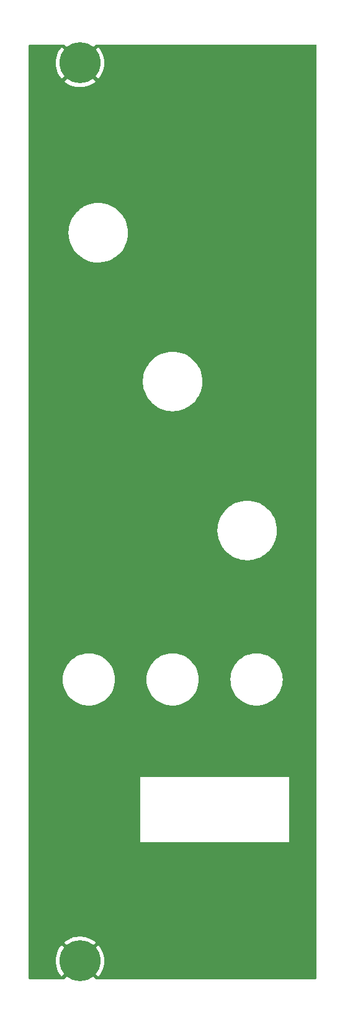
<source format=gtl>
G04 #@! TF.GenerationSoftware,KiCad,Pcbnew,6.0.0-d3dd2cf0fa~116~ubuntu20.04.1*
G04 #@! TF.CreationDate,2022-01-02T10:53:34-05:00*
G04 #@! TF.ProjectId,front_panel,66726f6e-745f-4706-916e-656c2e6b6963,0*
G04 #@! TF.SameCoordinates,Original*
G04 #@! TF.FileFunction,Copper,L1,Top*
G04 #@! TF.FilePolarity,Positive*
%FSLAX46Y46*%
G04 Gerber Fmt 4.6, Leading zero omitted, Abs format (unit mm)*
G04 Created by KiCad (PCBNEW 6.0.0-d3dd2cf0fa~116~ubuntu20.04.1) date 2022-01-02 10:53:34*
%MOMM*%
%LPD*%
G01*
G04 APERTURE LIST*
G04 #@! TA.AperFunction,ComponentPad*
%ADD10C,5.600000*%
G04 #@! TD*
G04 APERTURE END LIST*
D10*
X120700000Y-148880000D03*
X120700000Y-26380000D03*
G04 #@! TA.AperFunction,Conductor*
G36*
X118583142Y-23908002D02*
G01*
X118604116Y-23924905D01*
X120687190Y-26007980D01*
X120701131Y-26015592D01*
X120702966Y-26015461D01*
X120709580Y-26011210D01*
X122795884Y-23924905D01*
X122858196Y-23890880D01*
X122884979Y-23888000D01*
X152866000Y-23888000D01*
X152934121Y-23908002D01*
X152980614Y-23961658D01*
X152992000Y-24014000D01*
X152992000Y-151246000D01*
X152971998Y-151314121D01*
X152918342Y-151360614D01*
X152866000Y-151372000D01*
X122884979Y-151372000D01*
X122816858Y-151351998D01*
X122795884Y-151335095D01*
X120712810Y-149252020D01*
X120698869Y-149244408D01*
X120697034Y-149244539D01*
X120690420Y-149248790D01*
X118604116Y-151335095D01*
X118541804Y-151369120D01*
X118515021Y-151372000D01*
X113834000Y-151372000D01*
X113765879Y-151351998D01*
X113719386Y-151298342D01*
X113708000Y-151246000D01*
X113708000Y-148871832D01*
X117387333Y-148871832D01*
X117405117Y-149222893D01*
X117405827Y-149229649D01*
X117461420Y-149576723D01*
X117462859Y-149583378D01*
X117555608Y-149922410D01*
X117557757Y-149928871D01*
X117686581Y-150255912D01*
X117689412Y-150262095D01*
X117852803Y-150573310D01*
X117856286Y-150579152D01*
X118052330Y-150870896D01*
X118056433Y-150876340D01*
X118176425Y-151018836D01*
X118189164Y-151027279D01*
X118199608Y-151021181D01*
X120327980Y-148892810D01*
X120334357Y-148881131D01*
X121064408Y-148881131D01*
X121064539Y-148882966D01*
X121068790Y-148889580D01*
X123199009Y-151019798D01*
X123212605Y-151027223D01*
X123222218Y-151020522D01*
X123322518Y-150903912D01*
X123326676Y-150898514D01*
X123525762Y-150608840D01*
X123529310Y-150603029D01*
X123695942Y-150293559D01*
X123698849Y-150287381D01*
X123831090Y-149961713D01*
X123833304Y-149955283D01*
X123929598Y-149617237D01*
X123931105Y-149610607D01*
X123990332Y-149264118D01*
X123991112Y-149257378D01*
X124012668Y-148904925D01*
X124012784Y-148901323D01*
X124012853Y-148881819D01*
X124012761Y-148878194D01*
X123993666Y-148525615D01*
X123992931Y-148518849D01*
X123936130Y-148171985D01*
X123934663Y-148165313D01*
X123840736Y-147826627D01*
X123838562Y-147820163D01*
X123708598Y-147493578D01*
X123705742Y-147487398D01*
X123541269Y-147176763D01*
X123537769Y-147170937D01*
X123340697Y-146879862D01*
X123336590Y-146874453D01*
X123223565Y-146741179D01*
X123210740Y-146732743D01*
X123200416Y-146738795D01*
X121072020Y-148867190D01*
X121064408Y-148881131D01*
X120334357Y-148881131D01*
X120335592Y-148878869D01*
X120335461Y-148877034D01*
X120331210Y-148870420D01*
X118200992Y-146740203D01*
X118187455Y-146732811D01*
X118177753Y-146739599D01*
X118070430Y-146865257D01*
X118066296Y-146870664D01*
X117868215Y-147161041D01*
X117864697Y-147166851D01*
X117699134Y-147476922D01*
X117696259Y-147483087D01*
X117565155Y-147809218D01*
X117562962Y-147815658D01*
X117467846Y-148154044D01*
X117466363Y-148160679D01*
X117408350Y-148507354D01*
X117407591Y-148514126D01*
X117387357Y-148865037D01*
X117387333Y-148871832D01*
X113708000Y-148871832D01*
X113708000Y-146366862D01*
X118549950Y-146366862D01*
X118549986Y-146367704D01*
X118555037Y-146375826D01*
X120687190Y-148507980D01*
X120701131Y-148515592D01*
X120702966Y-148515461D01*
X120709580Y-148511210D01*
X122842798Y-146377991D01*
X122850412Y-146364047D01*
X122850344Y-146363089D01*
X122845836Y-146356272D01*
X122844418Y-146355065D01*
X122564813Y-146142064D01*
X122559187Y-146138240D01*
X122258214Y-145956681D01*
X122252202Y-145953484D01*
X121933370Y-145805487D01*
X121927070Y-145802967D01*
X121594129Y-145690273D01*
X121587551Y-145688437D01*
X121244417Y-145612367D01*
X121237678Y-145611251D01*
X120888310Y-145572680D01*
X120881529Y-145572301D01*
X120530015Y-145571687D01*
X120523242Y-145572042D01*
X120173720Y-145609395D01*
X120167010Y-145610482D01*
X119823586Y-145685361D01*
X119817011Y-145687172D01*
X119483683Y-145798702D01*
X119477361Y-145801205D01*
X119158034Y-145948079D01*
X119151991Y-145951265D01*
X118850401Y-146131763D01*
X118844755Y-146135571D01*
X118564408Y-146347596D01*
X118559211Y-146351987D01*
X118557972Y-146353155D01*
X118549950Y-146366862D01*
X113708000Y-146366862D01*
X113708000Y-132715000D01*
X128905000Y-132715000D01*
X149225000Y-132715000D01*
X149225000Y-123825000D01*
X128905000Y-123825000D01*
X128905000Y-132715000D01*
X113708000Y-132715000D01*
X113708000Y-110490000D01*
X118352117Y-110490000D01*
X118371635Y-110862423D01*
X118429975Y-111230765D01*
X118526497Y-111590991D01*
X118660144Y-111939155D01*
X118829453Y-112271441D01*
X119032567Y-112584210D01*
X119267262Y-112874034D01*
X119530966Y-113137738D01*
X119820790Y-113372433D01*
X120133558Y-113575547D01*
X120136490Y-113577041D01*
X120136497Y-113577045D01*
X120462905Y-113743358D01*
X120465845Y-113744856D01*
X120814009Y-113878503D01*
X121174235Y-113975025D01*
X121369884Y-114006013D01*
X121539329Y-114032851D01*
X121539337Y-114032852D01*
X121542577Y-114033365D01*
X121915000Y-114052883D01*
X122287423Y-114033365D01*
X122290663Y-114032852D01*
X122290671Y-114032851D01*
X122460116Y-114006013D01*
X122655765Y-113975025D01*
X123015991Y-113878503D01*
X123364155Y-113744856D01*
X123367095Y-113743358D01*
X123693503Y-113577045D01*
X123693510Y-113577041D01*
X123696442Y-113575547D01*
X124009210Y-113372433D01*
X124299034Y-113137738D01*
X124562738Y-112874034D01*
X124797433Y-112584210D01*
X125000547Y-112271441D01*
X125169856Y-111939155D01*
X125303503Y-111590991D01*
X125400025Y-111230765D01*
X125458365Y-110862423D01*
X125477883Y-110490000D01*
X129777117Y-110490000D01*
X129796635Y-110862423D01*
X129854975Y-111230765D01*
X129951497Y-111590991D01*
X130085144Y-111939155D01*
X130254453Y-112271441D01*
X130457567Y-112584210D01*
X130692262Y-112874034D01*
X130955966Y-113137738D01*
X131245790Y-113372433D01*
X131558558Y-113575547D01*
X131561490Y-113577041D01*
X131561497Y-113577045D01*
X131887905Y-113743358D01*
X131890845Y-113744856D01*
X132239009Y-113878503D01*
X132599235Y-113975025D01*
X132794884Y-114006013D01*
X132964329Y-114032851D01*
X132964337Y-114032852D01*
X132967577Y-114033365D01*
X133340000Y-114052883D01*
X133712423Y-114033365D01*
X133715663Y-114032852D01*
X133715671Y-114032851D01*
X133885116Y-114006013D01*
X134080765Y-113975025D01*
X134440991Y-113878503D01*
X134789155Y-113744856D01*
X134792095Y-113743358D01*
X135118503Y-113577045D01*
X135118510Y-113577041D01*
X135121442Y-113575547D01*
X135434210Y-113372433D01*
X135724034Y-113137738D01*
X135987738Y-112874034D01*
X136222433Y-112584210D01*
X136425547Y-112271441D01*
X136594856Y-111939155D01*
X136728503Y-111590991D01*
X136825025Y-111230765D01*
X136883365Y-110862423D01*
X136902883Y-110490000D01*
X141227117Y-110490000D01*
X141246635Y-110862423D01*
X141304975Y-111230765D01*
X141401497Y-111590991D01*
X141535144Y-111939155D01*
X141704453Y-112271441D01*
X141907567Y-112584210D01*
X142142262Y-112874034D01*
X142405966Y-113137738D01*
X142695790Y-113372433D01*
X143008558Y-113575547D01*
X143011490Y-113577041D01*
X143011497Y-113577045D01*
X143337905Y-113743358D01*
X143340845Y-113744856D01*
X143689009Y-113878503D01*
X144049235Y-113975025D01*
X144244884Y-114006013D01*
X144414329Y-114032851D01*
X144414337Y-114032852D01*
X144417577Y-114033365D01*
X144790000Y-114052883D01*
X145162423Y-114033365D01*
X145165663Y-114032852D01*
X145165671Y-114032851D01*
X145335116Y-114006013D01*
X145530765Y-113975025D01*
X145890991Y-113878503D01*
X146239155Y-113744856D01*
X146242095Y-113743358D01*
X146568503Y-113577045D01*
X146568510Y-113577041D01*
X146571442Y-113575547D01*
X146884210Y-113372433D01*
X147174034Y-113137738D01*
X147437738Y-112874034D01*
X147672433Y-112584210D01*
X147875547Y-112271441D01*
X148044856Y-111939155D01*
X148178503Y-111590991D01*
X148275025Y-111230765D01*
X148333365Y-110862423D01*
X148352883Y-110490000D01*
X148333365Y-110117577D01*
X148275025Y-109749235D01*
X148178503Y-109389009D01*
X148044856Y-109040845D01*
X147875547Y-108708559D01*
X147672433Y-108395790D01*
X147437738Y-108105966D01*
X147174034Y-107842262D01*
X146884210Y-107607567D01*
X146571442Y-107404453D01*
X146568510Y-107402959D01*
X146568503Y-107402955D01*
X146242095Y-107236642D01*
X146239155Y-107235144D01*
X145890991Y-107101497D01*
X145530765Y-107004975D01*
X145335116Y-106973987D01*
X145165671Y-106947149D01*
X145165663Y-106947148D01*
X145162423Y-106946635D01*
X144790000Y-106927117D01*
X144417577Y-106946635D01*
X144414337Y-106947148D01*
X144414329Y-106947149D01*
X144244884Y-106973987D01*
X144049235Y-107004975D01*
X143689009Y-107101497D01*
X143340845Y-107235144D01*
X143337905Y-107236642D01*
X143011500Y-107402954D01*
X143011493Y-107402958D01*
X143008559Y-107404453D01*
X143005793Y-107406249D01*
X143005790Y-107406251D01*
X142800138Y-107539803D01*
X142695790Y-107607567D01*
X142405966Y-107842262D01*
X142142262Y-108105966D01*
X141907567Y-108395790D01*
X141704453Y-108708559D01*
X141535144Y-109040845D01*
X141401497Y-109389009D01*
X141304975Y-109749235D01*
X141246635Y-110117577D01*
X141227117Y-110490000D01*
X136902883Y-110490000D01*
X136883365Y-110117577D01*
X136825025Y-109749235D01*
X136728503Y-109389009D01*
X136594856Y-109040845D01*
X136425547Y-108708559D01*
X136222433Y-108395790D01*
X135987738Y-108105966D01*
X135724034Y-107842262D01*
X135434210Y-107607567D01*
X135121442Y-107404453D01*
X135118510Y-107402959D01*
X135118503Y-107402955D01*
X134792095Y-107236642D01*
X134789155Y-107235144D01*
X134440991Y-107101497D01*
X134080765Y-107004975D01*
X133885116Y-106973987D01*
X133715671Y-106947149D01*
X133715663Y-106947148D01*
X133712423Y-106946635D01*
X133340000Y-106927117D01*
X132967577Y-106946635D01*
X132964337Y-106947148D01*
X132964329Y-106947149D01*
X132794884Y-106973987D01*
X132599235Y-107004975D01*
X132239009Y-107101497D01*
X131890845Y-107235144D01*
X131887905Y-107236642D01*
X131561500Y-107402954D01*
X131561493Y-107402958D01*
X131558559Y-107404453D01*
X131555793Y-107406249D01*
X131555790Y-107406251D01*
X131350138Y-107539803D01*
X131245790Y-107607567D01*
X130955966Y-107842262D01*
X130692262Y-108105966D01*
X130457567Y-108395790D01*
X130254453Y-108708559D01*
X130085144Y-109040845D01*
X129951497Y-109389009D01*
X129854975Y-109749235D01*
X129796635Y-110117577D01*
X129777117Y-110490000D01*
X125477883Y-110490000D01*
X125458365Y-110117577D01*
X125400025Y-109749235D01*
X125303503Y-109389009D01*
X125169856Y-109040845D01*
X125000547Y-108708559D01*
X124797433Y-108395790D01*
X124562738Y-108105966D01*
X124299034Y-107842262D01*
X124009210Y-107607567D01*
X123696442Y-107404453D01*
X123693510Y-107402959D01*
X123693503Y-107402955D01*
X123367095Y-107236642D01*
X123364155Y-107235144D01*
X123015991Y-107101497D01*
X122655765Y-107004975D01*
X122460116Y-106973987D01*
X122290671Y-106947149D01*
X122290663Y-106947148D01*
X122287423Y-106946635D01*
X121915000Y-106927117D01*
X121542577Y-106946635D01*
X121539337Y-106947148D01*
X121539329Y-106947149D01*
X121369884Y-106973987D01*
X121174235Y-107004975D01*
X120814009Y-107101497D01*
X120465845Y-107235144D01*
X120462905Y-107236642D01*
X120136500Y-107402954D01*
X120136493Y-107402958D01*
X120133559Y-107404453D01*
X120130793Y-107406249D01*
X120130790Y-107406251D01*
X119925138Y-107539803D01*
X119820790Y-107607567D01*
X119530966Y-107842262D01*
X119267262Y-108105966D01*
X119032567Y-108395790D01*
X118829453Y-108708559D01*
X118660144Y-109040845D01*
X118526497Y-109389009D01*
X118429975Y-109749235D01*
X118371635Y-110117577D01*
X118352117Y-110490000D01*
X113708000Y-110490000D01*
X113708000Y-90108273D01*
X139452502Y-90108273D01*
X139452610Y-90111360D01*
X139453000Y-90122524D01*
X139453000Y-90122527D01*
X139458445Y-90278443D01*
X139466355Y-90504974D01*
X139466761Y-90508018D01*
X139466762Y-90508028D01*
X139494519Y-90716055D01*
X139518853Y-90898430D01*
X139519553Y-90901414D01*
X139519554Y-90901420D01*
X139557952Y-91065128D01*
X139609496Y-91284885D01*
X139737417Y-91660651D01*
X139901396Y-92022140D01*
X140099867Y-92365903D01*
X140101650Y-92368394D01*
X140101651Y-92368395D01*
X140202605Y-92509406D01*
X140330937Y-92688658D01*
X140592399Y-92987323D01*
X140594647Y-92989434D01*
X140879503Y-93256932D01*
X140879510Y-93256938D01*
X140881758Y-93259049D01*
X140884208Y-93260936D01*
X140884213Y-93260940D01*
X141193808Y-93499361D01*
X141196251Y-93501242D01*
X141532878Y-93711590D01*
X141888424Y-93888085D01*
X142259497Y-94029042D01*
X142642553Y-94133116D01*
X142645596Y-94133631D01*
X142645602Y-94133632D01*
X143030896Y-94198800D01*
X143030903Y-94198801D01*
X143033937Y-94199314D01*
X143037008Y-94199529D01*
X143037010Y-94199529D01*
X143426847Y-94226789D01*
X143426855Y-94226789D01*
X143429913Y-94227003D01*
X143684685Y-94219887D01*
X143823627Y-94216006D01*
X143823630Y-94216006D01*
X143826701Y-94215920D01*
X143829754Y-94215534D01*
X143829758Y-94215534D01*
X144018266Y-94191720D01*
X144220514Y-94166170D01*
X144223517Y-94165488D01*
X144223521Y-94165487D01*
X144604597Y-94078908D01*
X144604603Y-94078906D01*
X144607593Y-94078227D01*
X144610512Y-94077256D01*
X144981318Y-93953906D01*
X144981324Y-93953904D01*
X144984242Y-93952933D01*
X145127434Y-93889180D01*
X145344068Y-93792729D01*
X145344074Y-93792726D01*
X145346868Y-93791482D01*
X145692007Y-93595415D01*
X146016367Y-93366604D01*
X146143424Y-93256932D01*
X146314524Y-93109243D01*
X146314528Y-93109239D01*
X146316851Y-93107234D01*
X146363628Y-93058114D01*
X146588475Y-92822001D01*
X146590591Y-92819779D01*
X146834973Y-92506983D01*
X147047666Y-92171833D01*
X147121930Y-92024816D01*
X147225252Y-91820271D01*
X147226638Y-91817528D01*
X147370183Y-91447449D01*
X147476928Y-91065128D01*
X147545857Y-90674216D01*
X147576310Y-90278443D01*
X147577894Y-90165000D01*
X147558503Y-89768531D01*
X147500517Y-89375846D01*
X147404488Y-88990694D01*
X147386254Y-88939486D01*
X147272367Y-88619654D01*
X147272365Y-88619649D01*
X147271333Y-88616751D01*
X147102322Y-88257587D01*
X147074227Y-88210456D01*
X146900651Y-87919280D01*
X146899071Y-87916629D01*
X146663517Y-87597132D01*
X146397911Y-87302146D01*
X146104786Y-87034486D01*
X145786941Y-86796708D01*
X145732533Y-86763757D01*
X145450039Y-86592672D01*
X145450030Y-86592667D01*
X145447411Y-86591081D01*
X145089435Y-86419568D01*
X145030040Y-86397950D01*
X144719318Y-86284856D01*
X144719315Y-86284855D01*
X144716430Y-86283805D01*
X144713468Y-86283045D01*
X144713460Y-86283042D01*
X144334927Y-86185852D01*
X144334921Y-86185851D01*
X144331958Y-86185090D01*
X143939688Y-86124363D01*
X143936631Y-86124192D01*
X143936630Y-86124192D01*
X143905799Y-86122468D01*
X143543364Y-86102205D01*
X143540286Y-86102334D01*
X143540282Y-86102334D01*
X143282213Y-86113150D01*
X143146769Y-86118827D01*
X143143725Y-86119255D01*
X143143723Y-86119255D01*
X143104041Y-86124832D01*
X142753690Y-86174071D01*
X142367877Y-86267409D01*
X141993013Y-86397950D01*
X141943343Y-86420901D01*
X141635474Y-86563156D01*
X141635464Y-86563161D01*
X141632677Y-86564449D01*
X141290309Y-86765315D01*
X141244558Y-86798555D01*
X140971656Y-86996829D01*
X140971650Y-86996834D01*
X140969175Y-86998632D01*
X140966889Y-87000661D01*
X140966886Y-87000664D01*
X140928792Y-87034486D01*
X140672342Y-87262173D01*
X140670263Y-87264418D01*
X140670256Y-87264425D01*
X140533123Y-87412516D01*
X140402643Y-87553422D01*
X140162651Y-87869599D01*
X139954659Y-88207686D01*
X139780651Y-88564456D01*
X139779579Y-88567340D01*
X139779578Y-88567341D01*
X139761203Y-88616751D01*
X139642287Y-88936503D01*
X139540890Y-89320277D01*
X139477426Y-89712114D01*
X139477232Y-89715194D01*
X139477232Y-89715196D01*
X139473877Y-89768531D01*
X139452502Y-90108273D01*
X113708000Y-90108273D01*
X113708000Y-69783273D01*
X129277502Y-69783273D01*
X129277610Y-69786360D01*
X129278000Y-69797524D01*
X129278000Y-69797527D01*
X129283445Y-69953443D01*
X129291355Y-70179974D01*
X129291761Y-70183018D01*
X129291762Y-70183028D01*
X129319519Y-70391055D01*
X129343853Y-70573430D01*
X129344553Y-70576414D01*
X129344554Y-70576420D01*
X129382952Y-70740128D01*
X129434496Y-70959885D01*
X129562417Y-71335651D01*
X129726396Y-71697140D01*
X129924867Y-72040903D01*
X129926650Y-72043394D01*
X129926651Y-72043395D01*
X130027605Y-72184406D01*
X130155937Y-72363658D01*
X130417399Y-72662323D01*
X130419647Y-72664434D01*
X130704503Y-72931932D01*
X130704510Y-72931938D01*
X130706758Y-72934049D01*
X130709208Y-72935936D01*
X130709213Y-72935940D01*
X131018808Y-73174361D01*
X131021251Y-73176242D01*
X131357878Y-73386590D01*
X131713424Y-73563085D01*
X132084497Y-73704042D01*
X132467553Y-73808116D01*
X132470596Y-73808631D01*
X132470602Y-73808632D01*
X132855896Y-73873800D01*
X132855903Y-73873801D01*
X132858937Y-73874314D01*
X132862008Y-73874529D01*
X132862010Y-73874529D01*
X133251847Y-73901789D01*
X133251855Y-73901789D01*
X133254913Y-73902003D01*
X133509685Y-73894887D01*
X133648627Y-73891006D01*
X133648630Y-73891006D01*
X133651701Y-73890920D01*
X133654754Y-73890534D01*
X133654758Y-73890534D01*
X133843266Y-73866720D01*
X134045514Y-73841170D01*
X134048517Y-73840488D01*
X134048521Y-73840487D01*
X134429597Y-73753908D01*
X134429603Y-73753906D01*
X134432593Y-73753227D01*
X134435512Y-73752256D01*
X134806318Y-73628906D01*
X134806324Y-73628904D01*
X134809242Y-73627933D01*
X134952434Y-73564180D01*
X135169068Y-73467729D01*
X135169074Y-73467726D01*
X135171868Y-73466482D01*
X135517007Y-73270415D01*
X135841367Y-73041604D01*
X135968424Y-72931932D01*
X136139524Y-72784243D01*
X136139528Y-72784239D01*
X136141851Y-72782234D01*
X136188628Y-72733114D01*
X136413475Y-72497001D01*
X136415591Y-72494779D01*
X136659973Y-72181983D01*
X136872666Y-71846833D01*
X136946930Y-71699816D01*
X137050252Y-71495271D01*
X137051638Y-71492528D01*
X137195183Y-71122449D01*
X137301928Y-70740128D01*
X137370857Y-70349216D01*
X137401310Y-69953443D01*
X137402894Y-69840000D01*
X137383503Y-69443531D01*
X137325517Y-69050846D01*
X137229488Y-68665694D01*
X137211254Y-68614486D01*
X137097367Y-68294654D01*
X137097365Y-68294649D01*
X137096333Y-68291751D01*
X136927322Y-67932587D01*
X136899227Y-67885456D01*
X136725651Y-67594280D01*
X136724071Y-67591629D01*
X136488517Y-67272132D01*
X136222911Y-66977146D01*
X135929786Y-66709486D01*
X135611941Y-66471708D01*
X135557533Y-66438757D01*
X135275039Y-66267672D01*
X135275030Y-66267667D01*
X135272411Y-66266081D01*
X134914435Y-66094568D01*
X134855040Y-66072950D01*
X134544318Y-65959856D01*
X134544315Y-65959855D01*
X134541430Y-65958805D01*
X134538468Y-65958045D01*
X134538460Y-65958042D01*
X134159927Y-65860852D01*
X134159921Y-65860851D01*
X134156958Y-65860090D01*
X133764688Y-65799363D01*
X133761631Y-65799192D01*
X133761630Y-65799192D01*
X133730799Y-65797468D01*
X133368364Y-65777205D01*
X133365286Y-65777334D01*
X133365282Y-65777334D01*
X133107213Y-65788150D01*
X132971769Y-65793827D01*
X132968725Y-65794255D01*
X132968723Y-65794255D01*
X132929041Y-65799832D01*
X132578690Y-65849071D01*
X132192877Y-65942409D01*
X131818013Y-66072950D01*
X131768343Y-66095901D01*
X131460474Y-66238156D01*
X131460464Y-66238161D01*
X131457677Y-66239449D01*
X131115309Y-66440315D01*
X131069558Y-66473555D01*
X130796656Y-66671829D01*
X130796650Y-66671834D01*
X130794175Y-66673632D01*
X130791889Y-66675661D01*
X130791886Y-66675664D01*
X130753792Y-66709486D01*
X130497342Y-66937173D01*
X130495263Y-66939418D01*
X130495256Y-66939425D01*
X130358123Y-67087516D01*
X130227643Y-67228422D01*
X129987651Y-67544599D01*
X129779659Y-67882686D01*
X129605651Y-68239456D01*
X129604579Y-68242340D01*
X129604578Y-68242341D01*
X129586203Y-68291751D01*
X129467287Y-68611503D01*
X129365890Y-68995277D01*
X129302426Y-69387114D01*
X129302232Y-69390194D01*
X129302232Y-69390196D01*
X129298877Y-69443531D01*
X129277502Y-69783273D01*
X113708000Y-69783273D01*
X113708000Y-49483273D01*
X119127502Y-49483273D01*
X119127610Y-49486360D01*
X119128000Y-49497524D01*
X119128000Y-49497527D01*
X119133445Y-49653443D01*
X119141355Y-49879974D01*
X119141761Y-49883018D01*
X119141762Y-49883028D01*
X119169519Y-50091055D01*
X119193853Y-50273430D01*
X119194553Y-50276414D01*
X119194554Y-50276420D01*
X119232952Y-50440128D01*
X119284496Y-50659885D01*
X119412417Y-51035651D01*
X119576396Y-51397140D01*
X119774867Y-51740903D01*
X119776650Y-51743394D01*
X119776651Y-51743395D01*
X119877605Y-51884406D01*
X120005937Y-52063658D01*
X120267399Y-52362323D01*
X120269647Y-52364434D01*
X120554503Y-52631932D01*
X120554510Y-52631938D01*
X120556758Y-52634049D01*
X120559208Y-52635936D01*
X120559213Y-52635940D01*
X120868808Y-52874361D01*
X120871251Y-52876242D01*
X121207878Y-53086590D01*
X121563424Y-53263085D01*
X121934497Y-53404042D01*
X122317553Y-53508116D01*
X122320596Y-53508631D01*
X122320602Y-53508632D01*
X122705896Y-53573800D01*
X122705903Y-53573801D01*
X122708937Y-53574314D01*
X122712008Y-53574529D01*
X122712010Y-53574529D01*
X123101847Y-53601789D01*
X123101855Y-53601789D01*
X123104913Y-53602003D01*
X123359685Y-53594887D01*
X123498627Y-53591006D01*
X123498630Y-53591006D01*
X123501701Y-53590920D01*
X123504754Y-53590534D01*
X123504758Y-53590534D01*
X123693266Y-53566720D01*
X123895514Y-53541170D01*
X123898517Y-53540488D01*
X123898521Y-53540487D01*
X124279597Y-53453908D01*
X124279603Y-53453906D01*
X124282593Y-53453227D01*
X124285512Y-53452256D01*
X124656318Y-53328906D01*
X124656324Y-53328904D01*
X124659242Y-53327933D01*
X124802434Y-53264180D01*
X125019068Y-53167729D01*
X125019074Y-53167726D01*
X125021868Y-53166482D01*
X125367007Y-52970415D01*
X125691367Y-52741604D01*
X125818424Y-52631932D01*
X125989524Y-52484243D01*
X125989528Y-52484239D01*
X125991851Y-52482234D01*
X126038628Y-52433114D01*
X126263475Y-52197001D01*
X126265591Y-52194779D01*
X126509973Y-51881983D01*
X126722666Y-51546833D01*
X126796930Y-51399816D01*
X126900252Y-51195271D01*
X126901638Y-51192528D01*
X127045183Y-50822449D01*
X127151928Y-50440128D01*
X127220857Y-50049216D01*
X127251310Y-49653443D01*
X127252894Y-49540000D01*
X127233503Y-49143531D01*
X127175517Y-48750846D01*
X127079488Y-48365694D01*
X127061254Y-48314486D01*
X126947367Y-47994654D01*
X126947365Y-47994649D01*
X126946333Y-47991751D01*
X126777322Y-47632587D01*
X126749227Y-47585456D01*
X126575651Y-47294280D01*
X126574071Y-47291629D01*
X126338517Y-46972132D01*
X126072911Y-46677146D01*
X125779786Y-46409486D01*
X125461941Y-46171708D01*
X125407533Y-46138757D01*
X125125039Y-45967672D01*
X125125030Y-45967667D01*
X125122411Y-45966081D01*
X124764435Y-45794568D01*
X124705040Y-45772950D01*
X124394318Y-45659856D01*
X124394315Y-45659855D01*
X124391430Y-45658805D01*
X124388468Y-45658045D01*
X124388460Y-45658042D01*
X124009927Y-45560852D01*
X124009921Y-45560851D01*
X124006958Y-45560090D01*
X123614688Y-45499363D01*
X123611631Y-45499192D01*
X123611630Y-45499192D01*
X123580799Y-45497468D01*
X123218364Y-45477205D01*
X123215286Y-45477334D01*
X123215282Y-45477334D01*
X122957213Y-45488150D01*
X122821769Y-45493827D01*
X122818725Y-45494255D01*
X122818723Y-45494255D01*
X122779041Y-45499832D01*
X122428690Y-45549071D01*
X122042877Y-45642409D01*
X121668013Y-45772950D01*
X121618343Y-45795901D01*
X121310474Y-45938156D01*
X121310464Y-45938161D01*
X121307677Y-45939449D01*
X120965309Y-46140315D01*
X120919558Y-46173555D01*
X120646656Y-46371829D01*
X120646650Y-46371834D01*
X120644175Y-46373632D01*
X120641889Y-46375661D01*
X120641886Y-46375664D01*
X120603792Y-46409486D01*
X120347342Y-46637173D01*
X120345263Y-46639418D01*
X120345256Y-46639425D01*
X120208123Y-46787516D01*
X120077643Y-46928422D01*
X119837651Y-47244599D01*
X119629659Y-47582686D01*
X119455651Y-47939456D01*
X119454579Y-47942340D01*
X119454578Y-47942341D01*
X119436203Y-47991751D01*
X119317287Y-48311503D01*
X119215890Y-48695277D01*
X119152426Y-49087114D01*
X119152232Y-49090194D01*
X119152232Y-49090196D01*
X119148877Y-49143531D01*
X119127502Y-49483273D01*
X113708000Y-49483273D01*
X113708000Y-28896381D01*
X118549160Y-28896381D01*
X118549237Y-28897470D01*
X118551698Y-28901206D01*
X118825632Y-29111404D01*
X118831262Y-29115259D01*
X119131591Y-29297862D01*
X119137593Y-29301080D01*
X119455897Y-29450184D01*
X119462202Y-29452732D01*
X119794743Y-29566587D01*
X119801313Y-29568446D01*
X120144183Y-29645714D01*
X120150912Y-29646853D01*
X120500143Y-29686643D01*
X120506933Y-29687046D01*
X120858419Y-29688886D01*
X120865220Y-29688554D01*
X121214853Y-29652423D01*
X121221581Y-29651357D01*
X121565274Y-29577676D01*
X121571822Y-29575897D01*
X121905549Y-29465527D01*
X121911891Y-29463041D01*
X122231718Y-29317288D01*
X122237777Y-29314121D01*
X122539995Y-29134676D01*
X122545659Y-29130884D01*
X122826732Y-28919849D01*
X122831958Y-28915464D01*
X122841613Y-28906428D01*
X122849682Y-28892750D01*
X122849654Y-28892024D01*
X122844512Y-28883723D01*
X120712810Y-26752020D01*
X120698869Y-26744408D01*
X120697034Y-26744539D01*
X120690420Y-26748790D01*
X118556774Y-28882437D01*
X118549160Y-28896381D01*
X113708000Y-28896381D01*
X113708000Y-26371832D01*
X117387333Y-26371832D01*
X117405117Y-26722893D01*
X117405827Y-26729649D01*
X117461420Y-27076723D01*
X117462859Y-27083378D01*
X117555608Y-27422410D01*
X117557757Y-27428871D01*
X117686581Y-27755912D01*
X117689412Y-27762095D01*
X117852803Y-28073310D01*
X117856286Y-28079152D01*
X118052330Y-28370896D01*
X118056433Y-28376340D01*
X118176425Y-28518836D01*
X118189164Y-28527279D01*
X118199608Y-28521181D01*
X120327980Y-26392810D01*
X120334357Y-26381131D01*
X121064408Y-26381131D01*
X121064539Y-26382966D01*
X121068790Y-26389580D01*
X123199009Y-28519798D01*
X123212605Y-28527223D01*
X123222218Y-28520522D01*
X123322518Y-28403912D01*
X123326676Y-28398514D01*
X123525762Y-28108840D01*
X123529310Y-28103029D01*
X123695942Y-27793559D01*
X123698849Y-27787381D01*
X123831090Y-27461713D01*
X123833304Y-27455283D01*
X123929598Y-27117237D01*
X123931105Y-27110607D01*
X123990332Y-26764118D01*
X123991112Y-26757378D01*
X124012668Y-26404925D01*
X124012784Y-26401323D01*
X124012853Y-26381819D01*
X124012761Y-26378194D01*
X123993666Y-26025615D01*
X123992931Y-26018849D01*
X123936130Y-25671985D01*
X123934663Y-25665313D01*
X123840736Y-25326627D01*
X123838562Y-25320163D01*
X123708598Y-24993578D01*
X123705742Y-24987398D01*
X123541269Y-24676763D01*
X123537769Y-24670937D01*
X123340697Y-24379862D01*
X123336590Y-24374453D01*
X123223565Y-24241179D01*
X123210740Y-24232743D01*
X123200416Y-24238795D01*
X121072020Y-26367190D01*
X121064408Y-26381131D01*
X120334357Y-26381131D01*
X120335592Y-26378869D01*
X120335461Y-26377034D01*
X120331210Y-26370420D01*
X118200992Y-24240203D01*
X118187455Y-24232811D01*
X118177753Y-24239599D01*
X118070430Y-24365257D01*
X118066296Y-24370664D01*
X117868215Y-24661041D01*
X117864697Y-24666851D01*
X117699134Y-24976922D01*
X117696259Y-24983087D01*
X117565155Y-25309218D01*
X117562962Y-25315658D01*
X117467846Y-25654044D01*
X117466363Y-25660679D01*
X117408350Y-26007354D01*
X117407591Y-26014126D01*
X117387357Y-26365037D01*
X117387333Y-26371832D01*
X113708000Y-26371832D01*
X113708000Y-24014000D01*
X113728002Y-23945879D01*
X113781658Y-23899386D01*
X113834000Y-23888000D01*
X118515021Y-23888000D01*
X118583142Y-23908002D01*
G37*
G04 #@! TD.AperFunction*
G04 #@! TA.AperFunction,Conductor*
G36*
X118583142Y-23908002D02*
G01*
X118604116Y-23924905D01*
X120687190Y-26007980D01*
X120701131Y-26015592D01*
X120702966Y-26015461D01*
X120709580Y-26011210D01*
X122795884Y-23924905D01*
X122858196Y-23890880D01*
X122884979Y-23888000D01*
X152866000Y-23888000D01*
X152934121Y-23908002D01*
X152980614Y-23961658D01*
X152992000Y-24014000D01*
X152992000Y-151246000D01*
X152971998Y-151314121D01*
X152918342Y-151360614D01*
X152866000Y-151372000D01*
X122884979Y-151372000D01*
X122816858Y-151351998D01*
X122795884Y-151335095D01*
X120712810Y-149252020D01*
X120698869Y-149244408D01*
X120697034Y-149244539D01*
X120690420Y-149248790D01*
X118604116Y-151335095D01*
X118541804Y-151369120D01*
X118515021Y-151372000D01*
X113834000Y-151372000D01*
X113765879Y-151351998D01*
X113719386Y-151298342D01*
X113708000Y-151246000D01*
X113708000Y-148871832D01*
X117387333Y-148871832D01*
X117405117Y-149222893D01*
X117405827Y-149229649D01*
X117461420Y-149576723D01*
X117462859Y-149583378D01*
X117555608Y-149922410D01*
X117557757Y-149928871D01*
X117686581Y-150255912D01*
X117689412Y-150262095D01*
X117852803Y-150573310D01*
X117856286Y-150579152D01*
X118052330Y-150870896D01*
X118056433Y-150876340D01*
X118176425Y-151018836D01*
X118189164Y-151027279D01*
X118199608Y-151021181D01*
X120327980Y-148892810D01*
X120334357Y-148881131D01*
X121064408Y-148881131D01*
X121064539Y-148882966D01*
X121068790Y-148889580D01*
X123199009Y-151019798D01*
X123212605Y-151027223D01*
X123222218Y-151020522D01*
X123322518Y-150903912D01*
X123326676Y-150898514D01*
X123525762Y-150608840D01*
X123529310Y-150603029D01*
X123695942Y-150293559D01*
X123698849Y-150287381D01*
X123831090Y-149961713D01*
X123833304Y-149955283D01*
X123929598Y-149617237D01*
X123931105Y-149610607D01*
X123990332Y-149264118D01*
X123991112Y-149257378D01*
X124012668Y-148904925D01*
X124012784Y-148901323D01*
X124012853Y-148881819D01*
X124012761Y-148878194D01*
X123993666Y-148525615D01*
X123992931Y-148518849D01*
X123936130Y-148171985D01*
X123934663Y-148165313D01*
X123840736Y-147826627D01*
X123838562Y-147820163D01*
X123708598Y-147493578D01*
X123705742Y-147487398D01*
X123541269Y-147176763D01*
X123537769Y-147170937D01*
X123340697Y-146879862D01*
X123336590Y-146874453D01*
X123223565Y-146741179D01*
X123210740Y-146732743D01*
X123200416Y-146738795D01*
X121072020Y-148867190D01*
X121064408Y-148881131D01*
X120334357Y-148881131D01*
X120335592Y-148878869D01*
X120335461Y-148877034D01*
X120331210Y-148870420D01*
X118200992Y-146740203D01*
X118187455Y-146732811D01*
X118177753Y-146739599D01*
X118070430Y-146865257D01*
X118066296Y-146870664D01*
X117868215Y-147161041D01*
X117864697Y-147166851D01*
X117699134Y-147476922D01*
X117696259Y-147483087D01*
X117565155Y-147809218D01*
X117562962Y-147815658D01*
X117467846Y-148154044D01*
X117466363Y-148160679D01*
X117408350Y-148507354D01*
X117407591Y-148514126D01*
X117387357Y-148865037D01*
X117387333Y-148871832D01*
X113708000Y-148871832D01*
X113708000Y-146366862D01*
X118549950Y-146366862D01*
X118549986Y-146367704D01*
X118555037Y-146375826D01*
X120687190Y-148507980D01*
X120701131Y-148515592D01*
X120702966Y-148515461D01*
X120709580Y-148511210D01*
X122842798Y-146377991D01*
X122850412Y-146364047D01*
X122850344Y-146363089D01*
X122845836Y-146356272D01*
X122844418Y-146355065D01*
X122564813Y-146142064D01*
X122559187Y-146138240D01*
X122258214Y-145956681D01*
X122252202Y-145953484D01*
X121933370Y-145805487D01*
X121927070Y-145802967D01*
X121594129Y-145690273D01*
X121587551Y-145688437D01*
X121244417Y-145612367D01*
X121237678Y-145611251D01*
X120888310Y-145572680D01*
X120881529Y-145572301D01*
X120530015Y-145571687D01*
X120523242Y-145572042D01*
X120173720Y-145609395D01*
X120167010Y-145610482D01*
X119823586Y-145685361D01*
X119817011Y-145687172D01*
X119483683Y-145798702D01*
X119477361Y-145801205D01*
X119158034Y-145948079D01*
X119151991Y-145951265D01*
X118850401Y-146131763D01*
X118844755Y-146135571D01*
X118564408Y-146347596D01*
X118559211Y-146351987D01*
X118557972Y-146353155D01*
X118549950Y-146366862D01*
X113708000Y-146366862D01*
X113708000Y-132715000D01*
X128905000Y-132715000D01*
X149225000Y-132715000D01*
X149225000Y-123825000D01*
X128905000Y-123825000D01*
X128905000Y-132715000D01*
X113708000Y-132715000D01*
X113708000Y-110490000D01*
X118352117Y-110490000D01*
X118371635Y-110862423D01*
X118429975Y-111230765D01*
X118526497Y-111590991D01*
X118660144Y-111939155D01*
X118829453Y-112271441D01*
X119032567Y-112584210D01*
X119267262Y-112874034D01*
X119530966Y-113137738D01*
X119820790Y-113372433D01*
X120133558Y-113575547D01*
X120136490Y-113577041D01*
X120136497Y-113577045D01*
X120462905Y-113743358D01*
X120465845Y-113744856D01*
X120814009Y-113878503D01*
X121174235Y-113975025D01*
X121369884Y-114006013D01*
X121539329Y-114032851D01*
X121539337Y-114032852D01*
X121542577Y-114033365D01*
X121915000Y-114052883D01*
X122287423Y-114033365D01*
X122290663Y-114032852D01*
X122290671Y-114032851D01*
X122460116Y-114006013D01*
X122655765Y-113975025D01*
X123015991Y-113878503D01*
X123364155Y-113744856D01*
X123367095Y-113743358D01*
X123693503Y-113577045D01*
X123693510Y-113577041D01*
X123696442Y-113575547D01*
X124009210Y-113372433D01*
X124299034Y-113137738D01*
X124562738Y-112874034D01*
X124797433Y-112584210D01*
X125000547Y-112271441D01*
X125169856Y-111939155D01*
X125303503Y-111590991D01*
X125400025Y-111230765D01*
X125458365Y-110862423D01*
X125477883Y-110490000D01*
X129777117Y-110490000D01*
X129796635Y-110862423D01*
X129854975Y-111230765D01*
X129951497Y-111590991D01*
X130085144Y-111939155D01*
X130254453Y-112271441D01*
X130457567Y-112584210D01*
X130692262Y-112874034D01*
X130955966Y-113137738D01*
X131245790Y-113372433D01*
X131558558Y-113575547D01*
X131561490Y-113577041D01*
X131561497Y-113577045D01*
X131887905Y-113743358D01*
X131890845Y-113744856D01*
X132239009Y-113878503D01*
X132599235Y-113975025D01*
X132794884Y-114006013D01*
X132964329Y-114032851D01*
X132964337Y-114032852D01*
X132967577Y-114033365D01*
X133340000Y-114052883D01*
X133712423Y-114033365D01*
X133715663Y-114032852D01*
X133715671Y-114032851D01*
X133885116Y-114006013D01*
X134080765Y-113975025D01*
X134440991Y-113878503D01*
X134789155Y-113744856D01*
X134792095Y-113743358D01*
X135118503Y-113577045D01*
X135118510Y-113577041D01*
X135121442Y-113575547D01*
X135434210Y-113372433D01*
X135724034Y-113137738D01*
X135987738Y-112874034D01*
X136222433Y-112584210D01*
X136425547Y-112271441D01*
X136594856Y-111939155D01*
X136728503Y-111590991D01*
X136825025Y-111230765D01*
X136883365Y-110862423D01*
X136902883Y-110490000D01*
X141227117Y-110490000D01*
X141246635Y-110862423D01*
X141304975Y-111230765D01*
X141401497Y-111590991D01*
X141535144Y-111939155D01*
X141704453Y-112271441D01*
X141907567Y-112584210D01*
X142142262Y-112874034D01*
X142405966Y-113137738D01*
X142695790Y-113372433D01*
X143008558Y-113575547D01*
X143011490Y-113577041D01*
X143011497Y-113577045D01*
X143337905Y-113743358D01*
X143340845Y-113744856D01*
X143689009Y-113878503D01*
X144049235Y-113975025D01*
X144244884Y-114006013D01*
X144414329Y-114032851D01*
X144414337Y-114032852D01*
X144417577Y-114033365D01*
X144790000Y-114052883D01*
X145162423Y-114033365D01*
X145165663Y-114032852D01*
X145165671Y-114032851D01*
X145335116Y-114006013D01*
X145530765Y-113975025D01*
X145890991Y-113878503D01*
X146239155Y-113744856D01*
X146242095Y-113743358D01*
X146568503Y-113577045D01*
X146568510Y-113577041D01*
X146571442Y-113575547D01*
X146884210Y-113372433D01*
X147174034Y-113137738D01*
X147437738Y-112874034D01*
X147672433Y-112584210D01*
X147875547Y-112271441D01*
X148044856Y-111939155D01*
X148178503Y-111590991D01*
X148275025Y-111230765D01*
X148333365Y-110862423D01*
X148352883Y-110490000D01*
X148333365Y-110117577D01*
X148275025Y-109749235D01*
X148178503Y-109389009D01*
X148044856Y-109040845D01*
X147875547Y-108708559D01*
X147672433Y-108395790D01*
X147437738Y-108105966D01*
X147174034Y-107842262D01*
X146884210Y-107607567D01*
X146571442Y-107404453D01*
X146568510Y-107402959D01*
X146568503Y-107402955D01*
X146242095Y-107236642D01*
X146239155Y-107235144D01*
X145890991Y-107101497D01*
X145530765Y-107004975D01*
X145335116Y-106973987D01*
X145165671Y-106947149D01*
X145165663Y-106947148D01*
X145162423Y-106946635D01*
X144790000Y-106927117D01*
X144417577Y-106946635D01*
X144414337Y-106947148D01*
X144414329Y-106947149D01*
X144244884Y-106973987D01*
X144049235Y-107004975D01*
X143689009Y-107101497D01*
X143340845Y-107235144D01*
X143337905Y-107236642D01*
X143011500Y-107402954D01*
X143011493Y-107402958D01*
X143008559Y-107404453D01*
X143005793Y-107406249D01*
X143005790Y-107406251D01*
X142800138Y-107539803D01*
X142695790Y-107607567D01*
X142405966Y-107842262D01*
X142142262Y-108105966D01*
X141907567Y-108395790D01*
X141704453Y-108708559D01*
X141535144Y-109040845D01*
X141401497Y-109389009D01*
X141304975Y-109749235D01*
X141246635Y-110117577D01*
X141227117Y-110490000D01*
X136902883Y-110490000D01*
X136883365Y-110117577D01*
X136825025Y-109749235D01*
X136728503Y-109389009D01*
X136594856Y-109040845D01*
X136425547Y-108708559D01*
X136222433Y-108395790D01*
X135987738Y-108105966D01*
X135724034Y-107842262D01*
X135434210Y-107607567D01*
X135121442Y-107404453D01*
X135118510Y-107402959D01*
X135118503Y-107402955D01*
X134792095Y-107236642D01*
X134789155Y-107235144D01*
X134440991Y-107101497D01*
X134080765Y-107004975D01*
X133885116Y-106973987D01*
X133715671Y-106947149D01*
X133715663Y-106947148D01*
X133712423Y-106946635D01*
X133340000Y-106927117D01*
X132967577Y-106946635D01*
X132964337Y-106947148D01*
X132964329Y-106947149D01*
X132794884Y-106973987D01*
X132599235Y-107004975D01*
X132239009Y-107101497D01*
X131890845Y-107235144D01*
X131887905Y-107236642D01*
X131561500Y-107402954D01*
X131561493Y-107402958D01*
X131558559Y-107404453D01*
X131555793Y-107406249D01*
X131555790Y-107406251D01*
X131350138Y-107539803D01*
X131245790Y-107607567D01*
X130955966Y-107842262D01*
X130692262Y-108105966D01*
X130457567Y-108395790D01*
X130254453Y-108708559D01*
X130085144Y-109040845D01*
X129951497Y-109389009D01*
X129854975Y-109749235D01*
X129796635Y-110117577D01*
X129777117Y-110490000D01*
X125477883Y-110490000D01*
X125458365Y-110117577D01*
X125400025Y-109749235D01*
X125303503Y-109389009D01*
X125169856Y-109040845D01*
X125000547Y-108708559D01*
X124797433Y-108395790D01*
X124562738Y-108105966D01*
X124299034Y-107842262D01*
X124009210Y-107607567D01*
X123696442Y-107404453D01*
X123693510Y-107402959D01*
X123693503Y-107402955D01*
X123367095Y-107236642D01*
X123364155Y-107235144D01*
X123015991Y-107101497D01*
X122655765Y-107004975D01*
X122460116Y-106973987D01*
X122290671Y-106947149D01*
X122290663Y-106947148D01*
X122287423Y-106946635D01*
X121915000Y-106927117D01*
X121542577Y-106946635D01*
X121539337Y-106947148D01*
X121539329Y-106947149D01*
X121369884Y-106973987D01*
X121174235Y-107004975D01*
X120814009Y-107101497D01*
X120465845Y-107235144D01*
X120462905Y-107236642D01*
X120136500Y-107402954D01*
X120136493Y-107402958D01*
X120133559Y-107404453D01*
X120130793Y-107406249D01*
X120130790Y-107406251D01*
X119925138Y-107539803D01*
X119820790Y-107607567D01*
X119530966Y-107842262D01*
X119267262Y-108105966D01*
X119032567Y-108395790D01*
X118829453Y-108708559D01*
X118660144Y-109040845D01*
X118526497Y-109389009D01*
X118429975Y-109749235D01*
X118371635Y-110117577D01*
X118352117Y-110490000D01*
X113708000Y-110490000D01*
X113708000Y-90108273D01*
X139452502Y-90108273D01*
X139452610Y-90111360D01*
X139453000Y-90122524D01*
X139453000Y-90122527D01*
X139458445Y-90278443D01*
X139466355Y-90504974D01*
X139466761Y-90508018D01*
X139466762Y-90508028D01*
X139494519Y-90716055D01*
X139518853Y-90898430D01*
X139519553Y-90901414D01*
X139519554Y-90901420D01*
X139557952Y-91065128D01*
X139609496Y-91284885D01*
X139737417Y-91660651D01*
X139901396Y-92022140D01*
X140099867Y-92365903D01*
X140101650Y-92368394D01*
X140101651Y-92368395D01*
X140202605Y-92509406D01*
X140330937Y-92688658D01*
X140592399Y-92987323D01*
X140594647Y-92989434D01*
X140879503Y-93256932D01*
X140879510Y-93256938D01*
X140881758Y-93259049D01*
X140884208Y-93260936D01*
X140884213Y-93260940D01*
X141193808Y-93499361D01*
X141196251Y-93501242D01*
X141532878Y-93711590D01*
X141888424Y-93888085D01*
X142259497Y-94029042D01*
X142642553Y-94133116D01*
X142645596Y-94133631D01*
X142645602Y-94133632D01*
X143030896Y-94198800D01*
X143030903Y-94198801D01*
X143033937Y-94199314D01*
X143037008Y-94199529D01*
X143037010Y-94199529D01*
X143426847Y-94226789D01*
X143426855Y-94226789D01*
X143429913Y-94227003D01*
X143684685Y-94219887D01*
X143823627Y-94216006D01*
X143823630Y-94216006D01*
X143826701Y-94215920D01*
X143829754Y-94215534D01*
X143829758Y-94215534D01*
X144018266Y-94191720D01*
X144220514Y-94166170D01*
X144223517Y-94165488D01*
X144223521Y-94165487D01*
X144604597Y-94078908D01*
X144604603Y-94078906D01*
X144607593Y-94078227D01*
X144610512Y-94077256D01*
X144981318Y-93953906D01*
X144981324Y-93953904D01*
X144984242Y-93952933D01*
X145127434Y-93889180D01*
X145344068Y-93792729D01*
X145344074Y-93792726D01*
X145346868Y-93791482D01*
X145692007Y-93595415D01*
X146016367Y-93366604D01*
X146143424Y-93256932D01*
X146314524Y-93109243D01*
X146314528Y-93109239D01*
X146316851Y-93107234D01*
X146363628Y-93058114D01*
X146588475Y-92822001D01*
X146590591Y-92819779D01*
X146834973Y-92506983D01*
X147047666Y-92171833D01*
X147121930Y-92024816D01*
X147225252Y-91820271D01*
X147226638Y-91817528D01*
X147370183Y-91447449D01*
X147476928Y-91065128D01*
X147545857Y-90674216D01*
X147576310Y-90278443D01*
X147577894Y-90165000D01*
X147558503Y-89768531D01*
X147500517Y-89375846D01*
X147404488Y-88990694D01*
X147386254Y-88939486D01*
X147272367Y-88619654D01*
X147272365Y-88619649D01*
X147271333Y-88616751D01*
X147102322Y-88257587D01*
X147074227Y-88210456D01*
X146900651Y-87919280D01*
X146899071Y-87916629D01*
X146663517Y-87597132D01*
X146397911Y-87302146D01*
X146104786Y-87034486D01*
X145786941Y-86796708D01*
X145732533Y-86763757D01*
X145450039Y-86592672D01*
X145450030Y-86592667D01*
X145447411Y-86591081D01*
X145089435Y-86419568D01*
X145030040Y-86397950D01*
X144719318Y-86284856D01*
X144719315Y-86284855D01*
X144716430Y-86283805D01*
X144713468Y-86283045D01*
X144713460Y-86283042D01*
X144334927Y-86185852D01*
X144334921Y-86185851D01*
X144331958Y-86185090D01*
X143939688Y-86124363D01*
X143936631Y-86124192D01*
X143936630Y-86124192D01*
X143905799Y-86122468D01*
X143543364Y-86102205D01*
X143540286Y-86102334D01*
X143540282Y-86102334D01*
X143282213Y-86113150D01*
X143146769Y-86118827D01*
X143143725Y-86119255D01*
X143143723Y-86119255D01*
X143104041Y-86124832D01*
X142753690Y-86174071D01*
X142367877Y-86267409D01*
X141993013Y-86397950D01*
X141943343Y-86420901D01*
X141635474Y-86563156D01*
X141635464Y-86563161D01*
X141632677Y-86564449D01*
X141290309Y-86765315D01*
X141244558Y-86798555D01*
X140971656Y-86996829D01*
X140971650Y-86996834D01*
X140969175Y-86998632D01*
X140966889Y-87000661D01*
X140966886Y-87000664D01*
X140928792Y-87034486D01*
X140672342Y-87262173D01*
X140670263Y-87264418D01*
X140670256Y-87264425D01*
X140533123Y-87412516D01*
X140402643Y-87553422D01*
X140162651Y-87869599D01*
X139954659Y-88207686D01*
X139780651Y-88564456D01*
X139779579Y-88567340D01*
X139779578Y-88567341D01*
X139761203Y-88616751D01*
X139642287Y-88936503D01*
X139540890Y-89320277D01*
X139477426Y-89712114D01*
X139477232Y-89715194D01*
X139477232Y-89715196D01*
X139473877Y-89768531D01*
X139452502Y-90108273D01*
X113708000Y-90108273D01*
X113708000Y-69783273D01*
X129277502Y-69783273D01*
X129277610Y-69786360D01*
X129278000Y-69797524D01*
X129278000Y-69797527D01*
X129283445Y-69953443D01*
X129291355Y-70179974D01*
X129291761Y-70183018D01*
X129291762Y-70183028D01*
X129319519Y-70391055D01*
X129343853Y-70573430D01*
X129344553Y-70576414D01*
X129344554Y-70576420D01*
X129382952Y-70740128D01*
X129434496Y-70959885D01*
X129562417Y-71335651D01*
X129726396Y-71697140D01*
X129924867Y-72040903D01*
X129926650Y-72043394D01*
X129926651Y-72043395D01*
X130027605Y-72184406D01*
X130155937Y-72363658D01*
X130417399Y-72662323D01*
X130419647Y-72664434D01*
X130704503Y-72931932D01*
X130704510Y-72931938D01*
X130706758Y-72934049D01*
X130709208Y-72935936D01*
X130709213Y-72935940D01*
X131018808Y-73174361D01*
X131021251Y-73176242D01*
X131357878Y-73386590D01*
X131713424Y-73563085D01*
X132084497Y-73704042D01*
X132467553Y-73808116D01*
X132470596Y-73808631D01*
X132470602Y-73808632D01*
X132855896Y-73873800D01*
X132855903Y-73873801D01*
X132858937Y-73874314D01*
X132862008Y-73874529D01*
X132862010Y-73874529D01*
X133251847Y-73901789D01*
X133251855Y-73901789D01*
X133254913Y-73902003D01*
X133509685Y-73894887D01*
X133648627Y-73891006D01*
X133648630Y-73891006D01*
X133651701Y-73890920D01*
X133654754Y-73890534D01*
X133654758Y-73890534D01*
X133843266Y-73866720D01*
X134045514Y-73841170D01*
X134048517Y-73840488D01*
X134048521Y-73840487D01*
X134429597Y-73753908D01*
X134429603Y-73753906D01*
X134432593Y-73753227D01*
X134435512Y-73752256D01*
X134806318Y-73628906D01*
X134806324Y-73628904D01*
X134809242Y-73627933D01*
X134952434Y-73564180D01*
X135169068Y-73467729D01*
X135169074Y-73467726D01*
X135171868Y-73466482D01*
X135517007Y-73270415D01*
X135841367Y-73041604D01*
X135968424Y-72931932D01*
X136139524Y-72784243D01*
X136139528Y-72784239D01*
X136141851Y-72782234D01*
X136188628Y-72733114D01*
X136413475Y-72497001D01*
X136415591Y-72494779D01*
X136659973Y-72181983D01*
X136872666Y-71846833D01*
X136946930Y-71699816D01*
X137050252Y-71495271D01*
X137051638Y-71492528D01*
X137195183Y-71122449D01*
X137301928Y-70740128D01*
X137370857Y-70349216D01*
X137401310Y-69953443D01*
X137402894Y-69840000D01*
X137383503Y-69443531D01*
X137325517Y-69050846D01*
X137229488Y-68665694D01*
X137211254Y-68614486D01*
X137097367Y-68294654D01*
X137097365Y-68294649D01*
X137096333Y-68291751D01*
X136927322Y-67932587D01*
X136899227Y-67885456D01*
X136725651Y-67594280D01*
X136724071Y-67591629D01*
X136488517Y-67272132D01*
X136222911Y-66977146D01*
X135929786Y-66709486D01*
X135611941Y-66471708D01*
X135557533Y-66438757D01*
X135275039Y-66267672D01*
X135275030Y-66267667D01*
X135272411Y-66266081D01*
X134914435Y-66094568D01*
X134855040Y-66072950D01*
X134544318Y-65959856D01*
X134544315Y-65959855D01*
X134541430Y-65958805D01*
X134538468Y-65958045D01*
X134538460Y-65958042D01*
X134159927Y-65860852D01*
X134159921Y-65860851D01*
X134156958Y-65860090D01*
X133764688Y-65799363D01*
X133761631Y-65799192D01*
X133761630Y-65799192D01*
X133730799Y-65797468D01*
X133368364Y-65777205D01*
X133365286Y-65777334D01*
X133365282Y-65777334D01*
X133107213Y-65788150D01*
X132971769Y-65793827D01*
X132968725Y-65794255D01*
X132968723Y-65794255D01*
X132929041Y-65799832D01*
X132578690Y-65849071D01*
X132192877Y-65942409D01*
X131818013Y-66072950D01*
X131768343Y-66095901D01*
X131460474Y-66238156D01*
X131460464Y-66238161D01*
X131457677Y-66239449D01*
X131115309Y-66440315D01*
X131069558Y-66473555D01*
X130796656Y-66671829D01*
X130796650Y-66671834D01*
X130794175Y-66673632D01*
X130791889Y-66675661D01*
X130791886Y-66675664D01*
X130753792Y-66709486D01*
X130497342Y-66937173D01*
X130495263Y-66939418D01*
X130495256Y-66939425D01*
X130358123Y-67087516D01*
X130227643Y-67228422D01*
X129987651Y-67544599D01*
X129779659Y-67882686D01*
X129605651Y-68239456D01*
X129604579Y-68242340D01*
X129604578Y-68242341D01*
X129586203Y-68291751D01*
X129467287Y-68611503D01*
X129365890Y-68995277D01*
X129302426Y-69387114D01*
X129302232Y-69390194D01*
X129302232Y-69390196D01*
X129298877Y-69443531D01*
X129277502Y-69783273D01*
X113708000Y-69783273D01*
X113708000Y-49483273D01*
X119127502Y-49483273D01*
X119127610Y-49486360D01*
X119128000Y-49497524D01*
X119128000Y-49497527D01*
X119133445Y-49653443D01*
X119141355Y-49879974D01*
X119141761Y-49883018D01*
X119141762Y-49883028D01*
X119169519Y-50091055D01*
X119193853Y-50273430D01*
X119194553Y-50276414D01*
X119194554Y-50276420D01*
X119232952Y-50440128D01*
X119284496Y-50659885D01*
X119412417Y-51035651D01*
X119576396Y-51397140D01*
X119774867Y-51740903D01*
X119776650Y-51743394D01*
X119776651Y-51743395D01*
X119877605Y-51884406D01*
X120005937Y-52063658D01*
X120267399Y-52362323D01*
X120269647Y-52364434D01*
X120554503Y-52631932D01*
X120554510Y-52631938D01*
X120556758Y-52634049D01*
X120559208Y-52635936D01*
X120559213Y-52635940D01*
X120868808Y-52874361D01*
X120871251Y-52876242D01*
X121207878Y-53086590D01*
X121563424Y-53263085D01*
X121934497Y-53404042D01*
X122317553Y-53508116D01*
X122320596Y-53508631D01*
X122320602Y-53508632D01*
X122705896Y-53573800D01*
X122705903Y-53573801D01*
X122708937Y-53574314D01*
X122712008Y-53574529D01*
X122712010Y-53574529D01*
X123101847Y-53601789D01*
X123101855Y-53601789D01*
X123104913Y-53602003D01*
X123359685Y-53594887D01*
X123498627Y-53591006D01*
X123498630Y-53591006D01*
X123501701Y-53590920D01*
X123504754Y-53590534D01*
X123504758Y-53590534D01*
X123693266Y-53566720D01*
X123895514Y-53541170D01*
X123898517Y-53540488D01*
X123898521Y-53540487D01*
X124279597Y-53453908D01*
X124279603Y-53453906D01*
X124282593Y-53453227D01*
X124285512Y-53452256D01*
X124656318Y-53328906D01*
X124656324Y-53328904D01*
X124659242Y-53327933D01*
X124802434Y-53264180D01*
X125019068Y-53167729D01*
X125019074Y-53167726D01*
X125021868Y-53166482D01*
X125367007Y-52970415D01*
X125691367Y-52741604D01*
X125818424Y-52631932D01*
X125989524Y-52484243D01*
X125989528Y-52484239D01*
X125991851Y-52482234D01*
X126038628Y-52433114D01*
X126263475Y-52197001D01*
X126265591Y-52194779D01*
X126509973Y-51881983D01*
X126722666Y-51546833D01*
X126796930Y-51399816D01*
X126900252Y-51195271D01*
X126901638Y-51192528D01*
X127045183Y-50822449D01*
X127151928Y-50440128D01*
X127220857Y-50049216D01*
X127251310Y-49653443D01*
X127252894Y-49540000D01*
X127233503Y-49143531D01*
X127175517Y-48750846D01*
X127079488Y-48365694D01*
X127061254Y-48314486D01*
X126947367Y-47994654D01*
X126947365Y-47994649D01*
X126946333Y-47991751D01*
X126777322Y-47632587D01*
X126749227Y-47585456D01*
X126575651Y-47294280D01*
X126574071Y-47291629D01*
X126338517Y-46972132D01*
X126072911Y-46677146D01*
X125779786Y-46409486D01*
X125461941Y-46171708D01*
X125407533Y-46138757D01*
X125125039Y-45967672D01*
X125125030Y-45967667D01*
X125122411Y-45966081D01*
X124764435Y-45794568D01*
X124705040Y-45772950D01*
X124394318Y-45659856D01*
X124394315Y-45659855D01*
X124391430Y-45658805D01*
X124388468Y-45658045D01*
X124388460Y-45658042D01*
X124009927Y-45560852D01*
X124009921Y-45560851D01*
X124006958Y-45560090D01*
X123614688Y-45499363D01*
X123611631Y-45499192D01*
X123611630Y-45499192D01*
X123580799Y-45497468D01*
X123218364Y-45477205D01*
X123215286Y-45477334D01*
X123215282Y-45477334D01*
X122957213Y-45488150D01*
X122821769Y-45493827D01*
X122818725Y-45494255D01*
X122818723Y-45494255D01*
X122779041Y-45499832D01*
X122428690Y-45549071D01*
X122042877Y-45642409D01*
X121668013Y-45772950D01*
X121618343Y-45795901D01*
X121310474Y-45938156D01*
X121310464Y-45938161D01*
X121307677Y-45939449D01*
X120965309Y-46140315D01*
X120919558Y-46173555D01*
X120646656Y-46371829D01*
X120646650Y-46371834D01*
X120644175Y-46373632D01*
X120641889Y-46375661D01*
X120641886Y-46375664D01*
X120603792Y-46409486D01*
X120347342Y-46637173D01*
X120345263Y-46639418D01*
X120345256Y-46639425D01*
X120208123Y-46787516D01*
X120077643Y-46928422D01*
X119837651Y-47244599D01*
X119629659Y-47582686D01*
X119455651Y-47939456D01*
X119454579Y-47942340D01*
X119454578Y-47942341D01*
X119436203Y-47991751D01*
X119317287Y-48311503D01*
X119215890Y-48695277D01*
X119152426Y-49087114D01*
X119152232Y-49090194D01*
X119152232Y-49090196D01*
X119148877Y-49143531D01*
X119127502Y-49483273D01*
X113708000Y-49483273D01*
X113708000Y-28896381D01*
X118549160Y-28896381D01*
X118549237Y-28897470D01*
X118551698Y-28901206D01*
X118825632Y-29111404D01*
X118831262Y-29115259D01*
X119131591Y-29297862D01*
X119137593Y-29301080D01*
X119455897Y-29450184D01*
X119462202Y-29452732D01*
X119794743Y-29566587D01*
X119801313Y-29568446D01*
X120144183Y-29645714D01*
X120150912Y-29646853D01*
X120500143Y-29686643D01*
X120506933Y-29687046D01*
X120858419Y-29688886D01*
X120865220Y-29688554D01*
X121214853Y-29652423D01*
X121221581Y-29651357D01*
X121565274Y-29577676D01*
X121571822Y-29575897D01*
X121905549Y-29465527D01*
X121911891Y-29463041D01*
X122231718Y-29317288D01*
X122237777Y-29314121D01*
X122539995Y-29134676D01*
X122545659Y-29130884D01*
X122826732Y-28919849D01*
X122831958Y-28915464D01*
X122841613Y-28906428D01*
X122849682Y-28892750D01*
X122849654Y-28892024D01*
X122844512Y-28883723D01*
X120712810Y-26752020D01*
X120698869Y-26744408D01*
X120697034Y-26744539D01*
X120690420Y-26748790D01*
X118556774Y-28882437D01*
X118549160Y-28896381D01*
X113708000Y-28896381D01*
X113708000Y-26371832D01*
X117387333Y-26371832D01*
X117405117Y-26722893D01*
X117405827Y-26729649D01*
X117461420Y-27076723D01*
X117462859Y-27083378D01*
X117555608Y-27422410D01*
X117557757Y-27428871D01*
X117686581Y-27755912D01*
X117689412Y-27762095D01*
X117852803Y-28073310D01*
X117856286Y-28079152D01*
X118052330Y-28370896D01*
X118056433Y-28376340D01*
X118176425Y-28518836D01*
X118189164Y-28527279D01*
X118199608Y-28521181D01*
X120327980Y-26392810D01*
X120334357Y-26381131D01*
X121064408Y-26381131D01*
X121064539Y-26382966D01*
X121068790Y-26389580D01*
X123199009Y-28519798D01*
X123212605Y-28527223D01*
X123222218Y-28520522D01*
X123322518Y-28403912D01*
X123326676Y-28398514D01*
X123525762Y-28108840D01*
X123529310Y-28103029D01*
X123695942Y-27793559D01*
X123698849Y-27787381D01*
X123831090Y-27461713D01*
X123833304Y-27455283D01*
X123929598Y-27117237D01*
X123931105Y-27110607D01*
X123990332Y-26764118D01*
X123991112Y-26757378D01*
X124012668Y-26404925D01*
X124012784Y-26401323D01*
X124012853Y-26381819D01*
X124012761Y-26378194D01*
X123993666Y-26025615D01*
X123992931Y-26018849D01*
X123936130Y-25671985D01*
X123934663Y-25665313D01*
X123840736Y-25326627D01*
X123838562Y-25320163D01*
X123708598Y-24993578D01*
X123705742Y-24987398D01*
X123541269Y-24676763D01*
X123537769Y-24670937D01*
X123340697Y-24379862D01*
X123336590Y-24374453D01*
X123223565Y-24241179D01*
X123210740Y-24232743D01*
X123200416Y-24238795D01*
X121072020Y-26367190D01*
X121064408Y-26381131D01*
X120334357Y-26381131D01*
X120335592Y-26378869D01*
X120335461Y-26377034D01*
X120331210Y-26370420D01*
X118200992Y-24240203D01*
X118187455Y-24232811D01*
X118177753Y-24239599D01*
X118070430Y-24365257D01*
X118066296Y-24370664D01*
X117868215Y-24661041D01*
X117864697Y-24666851D01*
X117699134Y-24976922D01*
X117696259Y-24983087D01*
X117565155Y-25309218D01*
X117562962Y-25315658D01*
X117467846Y-25654044D01*
X117466363Y-25660679D01*
X117408350Y-26007354D01*
X117407591Y-26014126D01*
X117387357Y-26365037D01*
X117387333Y-26371832D01*
X113708000Y-26371832D01*
X113708000Y-24014000D01*
X113728002Y-23945879D01*
X113781658Y-23899386D01*
X113834000Y-23888000D01*
X118515021Y-23888000D01*
X118583142Y-23908002D01*
G37*
G04 #@! TD.AperFunction*
M02*

</source>
